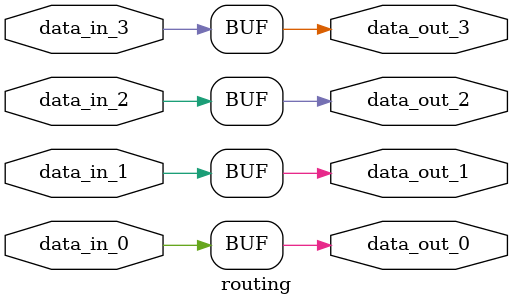
<source format=v>
`timescale 1ns / 100ps

module routing(input  data_in_0,data_in_1,data_in_2,data_in_3,
               output data_out_0,data_out_1,data_out_2,data_out_3 );
                
    assign data_out_0 = data_in_0;  // horizontal route
    assign data_out_1 = data_in_1;  // vertical route
    assign data_out_2 = data_in_2;  // diagonal route
    assign data_out_3 = data_in_3;  // routing around         
endmodule // routing



</source>
